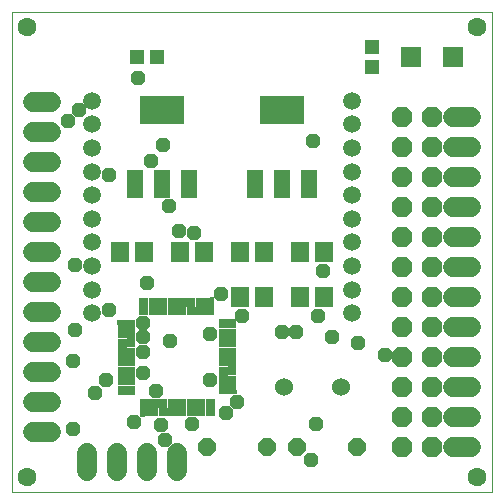
<source format=gts>
G75*
G70*
%OFA0B0*%
%FSLAX24Y24*%
%IPPOS*%
%LPD*%
%AMOC8*
5,1,8,0,0,1.08239X$1,22.5*
%
%ADD10C,0.0000*%
%ADD11C,0.0631*%
%ADD12R,0.0580X0.0300*%
%ADD13R,0.0300X0.0580*%
%ADD14C,0.0600*%
%ADD15OC8,0.0600*%
%ADD16C,0.0595*%
%ADD17R,0.0560X0.0960*%
%ADD18R,0.1497X0.0946*%
%ADD19R,0.0592X0.0710*%
%ADD20C,0.0680*%
%ADD21R,0.0474X0.0513*%
%ADD22R,0.0513X0.0474*%
%ADD23R,0.0671X0.0671*%
%ADD24OC8,0.0680*%
%ADD25OC8,0.0480*%
D10*
X000417Y000150D02*
X000417Y016150D01*
X016417Y016150D01*
X016417Y000150D01*
X000417Y000150D01*
X000641Y000650D02*
X000643Y000683D01*
X000649Y000715D01*
X000658Y000746D01*
X000671Y000776D01*
X000688Y000804D01*
X000708Y000830D01*
X000731Y000854D01*
X000756Y000874D01*
X000784Y000892D01*
X000813Y000906D01*
X000844Y000916D01*
X000876Y000923D01*
X000909Y000926D01*
X000942Y000925D01*
X000974Y000920D01*
X001005Y000911D01*
X001036Y000899D01*
X001064Y000883D01*
X001091Y000864D01*
X001115Y000842D01*
X001136Y000817D01*
X001155Y000790D01*
X001170Y000761D01*
X001181Y000731D01*
X001189Y000699D01*
X001193Y000666D01*
X001193Y000634D01*
X001189Y000601D01*
X001181Y000569D01*
X001170Y000539D01*
X001155Y000510D01*
X001136Y000483D01*
X001115Y000458D01*
X001091Y000436D01*
X001064Y000417D01*
X001036Y000401D01*
X001005Y000389D01*
X000974Y000380D01*
X000942Y000375D01*
X000909Y000374D01*
X000876Y000377D01*
X000844Y000384D01*
X000813Y000394D01*
X000784Y000408D01*
X000756Y000426D01*
X000731Y000446D01*
X000708Y000470D01*
X000688Y000496D01*
X000671Y000524D01*
X000658Y000554D01*
X000649Y000585D01*
X000643Y000617D01*
X000641Y000650D01*
X015641Y000650D02*
X015643Y000683D01*
X015649Y000715D01*
X015658Y000746D01*
X015671Y000776D01*
X015688Y000804D01*
X015708Y000830D01*
X015731Y000854D01*
X015756Y000874D01*
X015784Y000892D01*
X015813Y000906D01*
X015844Y000916D01*
X015876Y000923D01*
X015909Y000926D01*
X015942Y000925D01*
X015974Y000920D01*
X016005Y000911D01*
X016036Y000899D01*
X016064Y000883D01*
X016091Y000864D01*
X016115Y000842D01*
X016136Y000817D01*
X016155Y000790D01*
X016170Y000761D01*
X016181Y000731D01*
X016189Y000699D01*
X016193Y000666D01*
X016193Y000634D01*
X016189Y000601D01*
X016181Y000569D01*
X016170Y000539D01*
X016155Y000510D01*
X016136Y000483D01*
X016115Y000458D01*
X016091Y000436D01*
X016064Y000417D01*
X016036Y000401D01*
X016005Y000389D01*
X015974Y000380D01*
X015942Y000375D01*
X015909Y000374D01*
X015876Y000377D01*
X015844Y000384D01*
X015813Y000394D01*
X015784Y000408D01*
X015756Y000426D01*
X015731Y000446D01*
X015708Y000470D01*
X015688Y000496D01*
X015671Y000524D01*
X015658Y000554D01*
X015649Y000585D01*
X015643Y000617D01*
X015641Y000650D01*
X015641Y015650D02*
X015643Y015683D01*
X015649Y015715D01*
X015658Y015746D01*
X015671Y015776D01*
X015688Y015804D01*
X015708Y015830D01*
X015731Y015854D01*
X015756Y015874D01*
X015784Y015892D01*
X015813Y015906D01*
X015844Y015916D01*
X015876Y015923D01*
X015909Y015926D01*
X015942Y015925D01*
X015974Y015920D01*
X016005Y015911D01*
X016036Y015899D01*
X016064Y015883D01*
X016091Y015864D01*
X016115Y015842D01*
X016136Y015817D01*
X016155Y015790D01*
X016170Y015761D01*
X016181Y015731D01*
X016189Y015699D01*
X016193Y015666D01*
X016193Y015634D01*
X016189Y015601D01*
X016181Y015569D01*
X016170Y015539D01*
X016155Y015510D01*
X016136Y015483D01*
X016115Y015458D01*
X016091Y015436D01*
X016064Y015417D01*
X016036Y015401D01*
X016005Y015389D01*
X015974Y015380D01*
X015942Y015375D01*
X015909Y015374D01*
X015876Y015377D01*
X015844Y015384D01*
X015813Y015394D01*
X015784Y015408D01*
X015756Y015426D01*
X015731Y015446D01*
X015708Y015470D01*
X015688Y015496D01*
X015671Y015524D01*
X015658Y015554D01*
X015649Y015585D01*
X015643Y015617D01*
X015641Y015650D01*
X000641Y015650D02*
X000643Y015683D01*
X000649Y015715D01*
X000658Y015746D01*
X000671Y015776D01*
X000688Y015804D01*
X000708Y015830D01*
X000731Y015854D01*
X000756Y015874D01*
X000784Y015892D01*
X000813Y015906D01*
X000844Y015916D01*
X000876Y015923D01*
X000909Y015926D01*
X000942Y015925D01*
X000974Y015920D01*
X001005Y015911D01*
X001036Y015899D01*
X001064Y015883D01*
X001091Y015864D01*
X001115Y015842D01*
X001136Y015817D01*
X001155Y015790D01*
X001170Y015761D01*
X001181Y015731D01*
X001189Y015699D01*
X001193Y015666D01*
X001193Y015634D01*
X001189Y015601D01*
X001181Y015569D01*
X001170Y015539D01*
X001155Y015510D01*
X001136Y015483D01*
X001115Y015458D01*
X001091Y015436D01*
X001064Y015417D01*
X001036Y015401D01*
X001005Y015389D01*
X000974Y015380D01*
X000942Y015375D01*
X000909Y015374D01*
X000876Y015377D01*
X000844Y015384D01*
X000813Y015394D01*
X000784Y015408D01*
X000756Y015426D01*
X000731Y015446D01*
X000708Y015470D01*
X000688Y015496D01*
X000671Y015524D01*
X000658Y015554D01*
X000649Y015585D01*
X000643Y015617D01*
X000641Y015650D01*
D11*
X000917Y015650D03*
X015917Y015650D03*
X015917Y000650D03*
X000917Y000650D03*
D12*
G36*
X004968Y003246D02*
X004971Y002667D01*
X004672Y002666D01*
X004669Y003245D01*
X004968Y003246D01*
G37*
G36*
X005283Y003247D02*
X005286Y002668D01*
X004987Y002667D01*
X004984Y003246D01*
X005283Y003247D01*
G37*
G36*
X005598Y003248D02*
X005601Y002669D01*
X005302Y002668D01*
X005299Y003247D01*
X005598Y003248D01*
G37*
G36*
X005913Y003249D02*
X005916Y002670D01*
X005617Y002669D01*
X005614Y003248D01*
X005913Y003249D01*
G37*
G36*
X006228Y003251D02*
X006231Y002672D01*
X005932Y002671D01*
X005929Y003250D01*
X006228Y003251D01*
G37*
G36*
X006543Y003252D02*
X006546Y002673D01*
X006247Y002672D01*
X006244Y003251D01*
X006543Y003252D01*
G37*
G36*
X006858Y003253D02*
X006861Y002674D01*
X006562Y002673D01*
X006559Y003252D01*
X006858Y003253D01*
G37*
G36*
X007173Y003254D02*
X007176Y002675D01*
X006877Y002674D01*
X006874Y003253D01*
X007173Y003254D01*
G37*
G36*
X007161Y006634D02*
X007164Y006055D01*
X006865Y006054D01*
X006862Y006633D01*
X007161Y006634D01*
G37*
G36*
X006846Y006633D02*
X006849Y006054D01*
X006550Y006053D01*
X006547Y006632D01*
X006846Y006633D01*
G37*
G36*
X006531Y006632D02*
X006534Y006053D01*
X006235Y006052D01*
X006232Y006631D01*
X006531Y006632D01*
G37*
G36*
X006216Y006631D02*
X006219Y006052D01*
X005920Y006051D01*
X005917Y006630D01*
X006216Y006631D01*
G37*
G36*
X005901Y006629D02*
X005904Y006050D01*
X005605Y006049D01*
X005602Y006628D01*
X005901Y006629D01*
G37*
G36*
X005586Y006628D02*
X005589Y006049D01*
X005290Y006048D01*
X005287Y006627D01*
X005586Y006628D01*
G37*
G36*
X005271Y006627D02*
X005274Y006048D01*
X004975Y006047D01*
X004972Y006626D01*
X005271Y006627D01*
G37*
G36*
X004956Y006626D02*
X004959Y006047D01*
X004660Y006046D01*
X004657Y006625D01*
X004956Y006626D01*
G37*
D13*
G36*
X004512Y005897D02*
X004513Y005598D01*
X003934Y005595D01*
X003933Y005894D01*
X004512Y005897D01*
G37*
G36*
X004513Y005582D02*
X004514Y005283D01*
X003935Y005280D01*
X003934Y005579D01*
X004513Y005582D01*
G37*
G36*
X004514Y005268D02*
X004515Y004969D01*
X003936Y004966D01*
X003935Y005265D01*
X004514Y005268D01*
G37*
G36*
X004515Y004953D02*
X004516Y004654D01*
X003937Y004651D01*
X003936Y004950D01*
X004515Y004953D01*
G37*
G36*
X004516Y004638D02*
X004517Y004339D01*
X003938Y004336D01*
X003937Y004635D01*
X004516Y004638D01*
G37*
G36*
X004517Y004323D02*
X004518Y004024D01*
X003939Y004021D01*
X003938Y004320D01*
X004517Y004323D01*
G37*
G36*
X004518Y004008D02*
X004519Y003709D01*
X003940Y003706D01*
X003939Y004005D01*
X004518Y004008D01*
G37*
G36*
X004520Y003693D02*
X004521Y003394D01*
X003942Y003391D01*
X003941Y003690D01*
X004520Y003693D01*
G37*
G36*
X007900Y003705D02*
X007901Y003406D01*
X007322Y003403D01*
X007321Y003702D01*
X007900Y003705D01*
G37*
G36*
X007898Y004020D02*
X007899Y003721D01*
X007320Y003718D01*
X007319Y004017D01*
X007898Y004020D01*
G37*
G36*
X007897Y004334D02*
X007898Y004035D01*
X007319Y004032D01*
X007318Y004331D01*
X007897Y004334D01*
G37*
G36*
X007896Y004649D02*
X007897Y004350D01*
X007318Y004347D01*
X007317Y004646D01*
X007896Y004649D01*
G37*
G36*
X007895Y004964D02*
X007896Y004665D01*
X007317Y004662D01*
X007316Y004961D01*
X007895Y004964D01*
G37*
G36*
X007894Y005279D02*
X007895Y004980D01*
X007316Y004977D01*
X007315Y005276D01*
X007894Y005279D01*
G37*
G36*
X007893Y005594D02*
X007894Y005295D01*
X007315Y005292D01*
X007314Y005591D01*
X007893Y005594D01*
G37*
G36*
X007892Y005909D02*
X007893Y005610D01*
X007314Y005607D01*
X007313Y005906D01*
X007892Y005909D01*
G37*
D14*
X009467Y003650D03*
X011367Y003650D03*
D15*
X011917Y001650D03*
X009917Y001650D03*
X008917Y001650D03*
X006917Y001650D03*
D16*
X003086Y006107D03*
X003086Y006894D03*
X003086Y007681D03*
X003086Y008469D03*
X003086Y009256D03*
X003086Y010044D03*
X003086Y010831D03*
X003086Y011619D03*
X003086Y012406D03*
X003086Y013193D03*
X011747Y013193D03*
X011747Y012406D03*
X011747Y011619D03*
X011747Y010831D03*
X011747Y010044D03*
X011747Y009256D03*
X011747Y008469D03*
X011747Y007681D03*
X011747Y006894D03*
X011747Y006107D03*
D17*
X010327Y010430D03*
X009417Y010430D03*
X008507Y010430D03*
X006327Y010430D03*
X005417Y010430D03*
X004507Y010430D03*
D18*
X005417Y012870D03*
X009417Y012870D03*
D19*
X010023Y008150D03*
X010810Y008150D03*
X010810Y006650D03*
X010023Y006650D03*
X008810Y006650D03*
X008023Y006650D03*
X008023Y008150D03*
X008810Y008150D03*
X006810Y008150D03*
X006023Y008150D03*
X004810Y008150D03*
X004023Y008150D03*
D20*
X001717Y008150D02*
X001117Y008150D01*
X001117Y009150D02*
X001717Y009150D01*
X001717Y010150D02*
X001117Y010150D01*
X001117Y011150D02*
X001717Y011150D01*
X001717Y012150D02*
X001117Y012150D01*
X001117Y013150D02*
X001717Y013150D01*
X001717Y007150D02*
X001117Y007150D01*
X001117Y006150D02*
X001717Y006150D01*
X001717Y005150D02*
X001117Y005150D01*
X001117Y004150D02*
X001717Y004150D01*
X001717Y003150D02*
X001117Y003150D01*
X001117Y002150D02*
X001717Y002150D01*
X002917Y001450D02*
X002917Y000850D01*
X003917Y000850D02*
X003917Y001450D01*
X004917Y001450D02*
X004917Y000850D01*
X005917Y000850D02*
X005917Y001450D01*
X015117Y001650D02*
X015717Y001650D01*
X015717Y002650D02*
X015117Y002650D01*
X015117Y003650D02*
X015717Y003650D01*
X015717Y004650D02*
X015117Y004650D01*
X015117Y005650D02*
X015717Y005650D01*
X015717Y006650D02*
X015117Y006650D01*
X015117Y007650D02*
X015717Y007650D01*
X015717Y008650D02*
X015117Y008650D01*
X015117Y009650D02*
X015717Y009650D01*
X015717Y010650D02*
X015117Y010650D01*
X015117Y011650D02*
X015717Y011650D01*
X015717Y012650D02*
X015117Y012650D01*
D21*
X005251Y014650D03*
X004582Y014650D03*
D22*
X012417Y014315D03*
X012417Y014985D03*
D23*
X013728Y014650D03*
X015106Y014650D03*
D24*
X014417Y012650D03*
X014417Y011650D03*
X014417Y010650D03*
X014417Y009650D03*
X014417Y008650D03*
X013417Y008650D03*
X013417Y009650D03*
X013417Y010650D03*
X013417Y011650D03*
X013417Y012650D03*
X013417Y007650D03*
X014417Y007650D03*
X014417Y006650D03*
X014417Y005650D03*
X014417Y004650D03*
X014417Y003650D03*
X014417Y002650D03*
X014417Y001650D03*
X013417Y001650D03*
X013417Y002650D03*
X013417Y003650D03*
X013417Y004650D03*
X013417Y005650D03*
X013417Y006650D03*
D25*
X011937Y005130D03*
X011097Y005310D03*
X010617Y006030D03*
X009897Y005490D03*
X009417Y005490D03*
X008097Y006030D03*
X007377Y006750D03*
X007017Y005430D03*
X005697Y005190D03*
X004797Y005310D03*
X004797Y004830D03*
X004797Y004110D03*
X005217Y003510D03*
X004497Y002490D03*
X005397Y002370D03*
X005517Y001890D03*
X006417Y002430D03*
X007557Y002790D03*
X007917Y003150D03*
X007017Y003870D03*
X004797Y005790D03*
X003657Y006210D03*
X002517Y005550D03*
X002457Y004530D03*
X003537Y003870D03*
X003177Y003450D03*
X002457Y002250D03*
X004917Y007110D03*
X006477Y008790D03*
X005997Y008850D03*
X005637Y009690D03*
X005037Y011190D03*
X005457Y011730D03*
X003657Y010710D03*
X002277Y012510D03*
X002637Y012870D03*
X004617Y013950D03*
X010437Y011850D03*
X010797Y007530D03*
X012837Y004710D03*
X010557Y002430D03*
X010377Y001230D03*
X002517Y007710D03*
M02*

</source>
